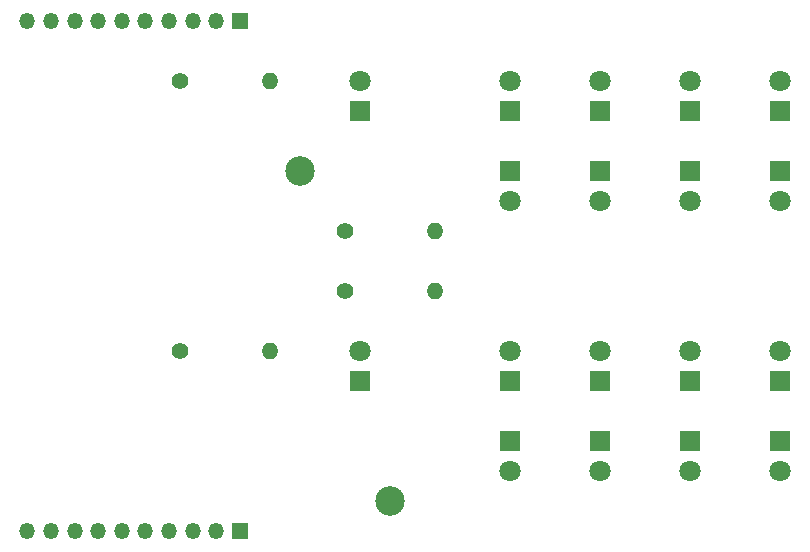
<source format=gts>
%TF.GenerationSoftware,KiCad,Pcbnew,7.0.8*%
%TF.CreationDate,2023-10-07T23:46:44-07:00*%
%TF.ProjectId,htpm_control_module_display,6874706d-5f63-46f6-9e74-726f6c5f6d6f,1*%
%TF.SameCoordinates,Original*%
%TF.FileFunction,Soldermask,Top*%
%TF.FilePolarity,Negative*%
%FSLAX46Y46*%
G04 Gerber Fmt 4.6, Leading zero omitted, Abs format (unit mm)*
G04 Created by KiCad (PCBNEW 7.0.8) date 2023-10-07 23:46:44*
%MOMM*%
%LPD*%
G01*
G04 APERTURE LIST*
%ADD10R,1.800000X1.800000*%
%ADD11C,1.800000*%
%ADD12C,1.400000*%
%ADD13O,1.400000X1.400000*%
%ADD14R,1.350000X1.350000*%
%ADD15O,1.350000X1.350000*%
%ADD16C,2.500000*%
G04 APERTURE END LIST*
D10*
%TO.C,D15*%
X154940000Y-111760000D03*
D11*
X154940000Y-114300000D03*
%TD*%
D10*
%TO.C,D2*%
X142240000Y-106680000D03*
D11*
X142240000Y-104140000D03*
%TD*%
D12*
%TO.C,R1*%
X127000000Y-81280000D03*
D13*
X134620000Y-81280000D03*
%TD*%
D10*
%TO.C,D1*%
X142240000Y-83820000D03*
D11*
X142240000Y-81280000D03*
%TD*%
D10*
%TO.C,D12*%
X162560000Y-106680000D03*
D11*
X162560000Y-104140000D03*
%TD*%
D10*
%TO.C,D5*%
X170180000Y-83820000D03*
D11*
X170180000Y-81280000D03*
%TD*%
D10*
%TO.C,D6*%
X177800000Y-83820000D03*
D11*
X177800000Y-81280000D03*
%TD*%
D10*
%TO.C,D8*%
X162560000Y-88900000D03*
D11*
X162560000Y-91440000D03*
%TD*%
D10*
%TO.C,D17*%
X170180000Y-111760000D03*
D11*
X170180000Y-114300000D03*
%TD*%
D14*
%TO.C,J1*%
X132080000Y-76200000D03*
D15*
X130080000Y-76200000D03*
X128080000Y-76200000D03*
X126080000Y-76200000D03*
X124080000Y-76200000D03*
X122080000Y-76200000D03*
X120080000Y-76200000D03*
X118080000Y-76200000D03*
X116080000Y-76200000D03*
X114080000Y-76200000D03*
%TD*%
D16*
%TO.C,H2*%
X144780000Y-116840000D03*
%TD*%
D12*
%TO.C,R3*%
X140970000Y-99060000D03*
D13*
X148590000Y-99060000D03*
%TD*%
D10*
%TO.C,D14*%
X177800000Y-106680000D03*
D11*
X177800000Y-104140000D03*
%TD*%
D10*
%TO.C,D10*%
X177800000Y-88900000D03*
D11*
X177800000Y-91440000D03*
%TD*%
D10*
%TO.C,D4*%
X162560000Y-83820000D03*
D11*
X162560000Y-81280000D03*
%TD*%
D10*
%TO.C,D3*%
X154940000Y-83820000D03*
D11*
X154940000Y-81280000D03*
%TD*%
D10*
%TO.C,D16*%
X162560000Y-111760000D03*
D11*
X162560000Y-114300000D03*
%TD*%
D10*
%TO.C,D18*%
X177800000Y-111760000D03*
D11*
X177800000Y-114300000D03*
%TD*%
D10*
%TO.C,D9*%
X170180000Y-88900000D03*
D11*
X170180000Y-91440000D03*
%TD*%
D10*
%TO.C,D13*%
X170180000Y-106680000D03*
D11*
X170180000Y-104140000D03*
%TD*%
D14*
%TO.C,J2*%
X132080000Y-119380000D03*
D15*
X130080000Y-119380000D03*
X128080000Y-119380000D03*
X126080000Y-119380000D03*
X124080000Y-119380000D03*
X122080000Y-119380000D03*
X120080000Y-119380000D03*
X118080000Y-119380000D03*
X116080000Y-119380000D03*
X114080000Y-119380000D03*
%TD*%
D16*
%TO.C,H1*%
X137160000Y-88900000D03*
%TD*%
D10*
%TO.C,D11*%
X154940000Y-106680000D03*
D11*
X154940000Y-104140000D03*
%TD*%
D12*
%TO.C,R4*%
X140970000Y-93980000D03*
D13*
X148590000Y-93980000D03*
%TD*%
D12*
%TO.C,R2*%
X127000000Y-104140000D03*
D13*
X134620000Y-104140000D03*
%TD*%
D10*
%TO.C,D7*%
X154940000Y-88900000D03*
D11*
X154940000Y-91440000D03*
%TD*%
M02*

</source>
